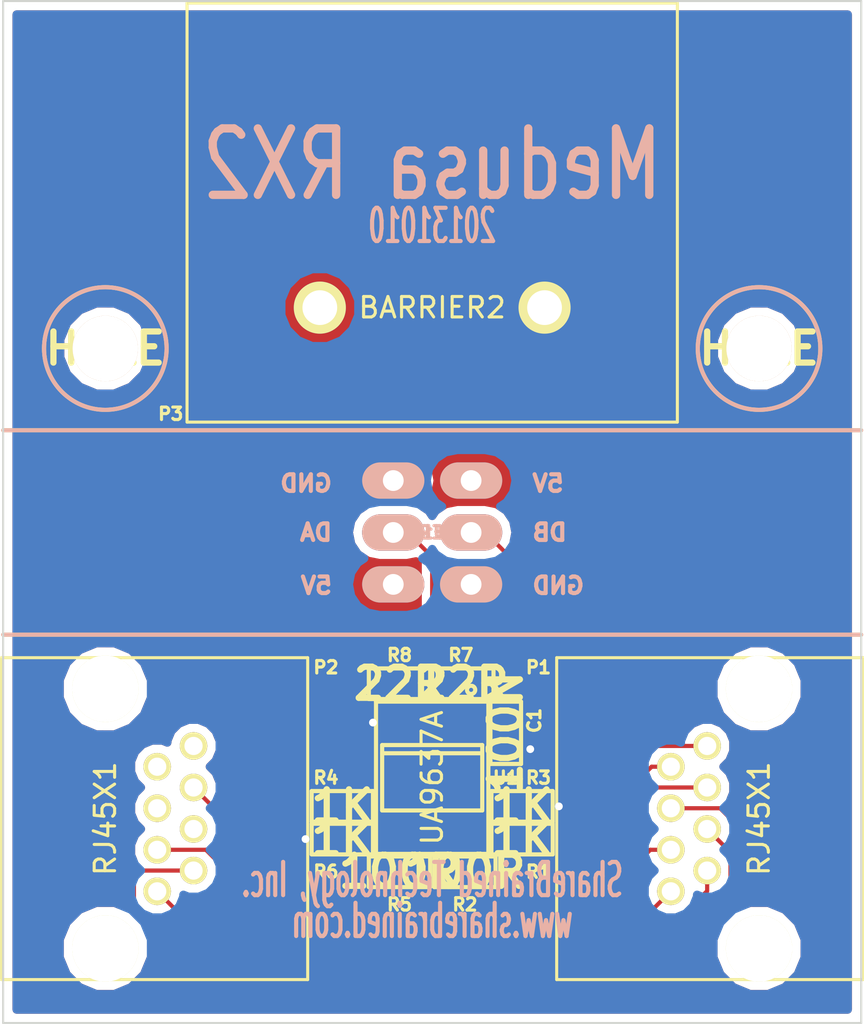
<source format=kicad_pcb>
(kicad_pcb (version 3) (host pcbnew "(2013-10-07 BZR 4378)-product")

  (general
    (links 32)
    (no_connects 0)
    (area 127.949999 73.949999 170.050001 124.050001)
    (thickness 1.6)
    (drawings 18)
    (tracks 88)
    (zones 0)
    (modules 16)
    (nets 15)
  )

  (page A4)
  (layers
    (15 F.Cu signal)
    (0 B.Cu signal)
    (16 B.Adhes user)
    (17 F.Adhes user)
    (18 B.Paste user)
    (19 F.Paste user)
    (20 B.SilkS user)
    (21 F.SilkS user)
    (22 B.Mask user)
    (23 F.Mask user)
    (28 Edge.Cuts user)
  )

  (setup
    (last_trace_width 0.2032)
    (trace_clearance 0.2032)
    (zone_clearance 0.4064)
    (zone_45_only no)
    (trace_min 0.2032)
    (segment_width 0.2)
    (edge_width 0.1)
    (via_size 0.7366)
    (via_drill 0.381)
    (via_min_size 0.7366)
    (via_min_drill 0.381)
    (uvia_size 0.508)
    (uvia_drill 0.127)
    (uvias_allowed no)
    (uvia_min_size 0.508)
    (uvia_min_drill 0.127)
    (pcb_text_width 0.3)
    (pcb_text_size 1.5 1.5)
    (mod_edge_width 0.15)
    (mod_text_size 0.6096 0.6096)
    (mod_text_width 0.1524)
    (pad_size 3.048 1.778)
    (pad_drill 1.016)
    (pad_to_mask_clearance 0.0762)
    (aux_axis_origin 0 0)
    (visible_elements FFFEFF7F)
    (pcbplotparams
      (layerselection 285179905)
      (usegerberextensions true)
      (excludeedgelayer true)
      (linewidth 0.150000)
      (plotframeref false)
      (viasonmask false)
      (mode 1)
      (useauxorigin false)
      (hpglpennumber 1)
      (hpglpenspeed 20)
      (hpglpendiameter 15)
      (hpglpenoverlay 2)
      (psnegative false)
      (psa4output false)
      (plotreference true)
      (plotvalue false)
      (plotothertext false)
      (plotinvisibletext false)
      (padsonsilk false)
      (subtractmaskfromsilk false)
      (outputformat 1)
      (mirror false)
      (drillshape 0)
      (scaleselection 1)
      (outputdirectory gerber/))
  )

  (net 0 "")
  (net 1 +5V)
  (net 2 /DI_A)
  (net 3 /DI_B)
  (net 4 /PT1N)
  (net 5 /PT1P)
  (net 6 /PT2N)
  (net 7 /PT2P)
  (net 8 /RX1N)
  (net 9 /RX1P)
  (net 10 /RX2N)
  (net 11 /RX2P)
  (net 12 GND)
  (net 13 Net-<R7-Pad1>)
  (net 14 Net-<R8-Pad1>)

  (net_class Default "This is the default net class."
    (clearance 0.2032)
    (trace_width 0.2032)
    (via_dia 0.7366)
    (via_drill 0.381)
    (uvia_dia 0.508)
    (uvia_drill 0.127)
    (add_net "")
    (add_net +5V)
    (add_net /DI_A)
    (add_net /DI_B)
    (add_net /PT1N)
    (add_net /PT1P)
    (add_net /PT2N)
    (add_net /PT2P)
    (add_net /RX1N)
    (add_net /RX1P)
    (add_net /RX2N)
    (add_net /RX2P)
    (add_net GND)
    (add_net Net-<R7-Pad1>)
    (add_net Net-<R8-Pad1>)
  )

  (module IPC_CAPC1608X95N (layer F.Cu) (tedit 52573D3D) (tstamp 525728C1)
    (at 152.6 109.8 270)
    (tags "1608 metric, 0603 imperial")
    (path /52570545)
    (fp_text reference C1 (at -0.6 -1.4 270) (layer F.SilkS)
      (effects (font (size 0.6096 0.6096) (thickness 0.1524)))
    )
    (fp_text value 100N (at 0 0 270) (layer F.SilkS)
      (effects (font (thickness 0.3048)))
    )
    (fp_line (start -1.524 -0.7493) (end 1.524 -0.7493) (layer F.SilkS) (width 0.2032))
    (fp_line (start 1.524 -0.7493) (end 1.524 0.7493) (layer F.SilkS) (width 0.2032))
    (fp_line (start 1.524 0.7493) (end -1.524 0.7493) (layer F.SilkS) (width 0.2032))
    (fp_line (start -1.524 0.7493) (end -1.524 -0.7493) (layer F.SilkS) (width 0.2032))
    (pad 1 smd rect (at -0.8001 0 270) (size 0.94996 1.00076) (layers F.Cu F.Paste F.Mask)
      (net 1 +5V))
    (pad 2 smd rect (at 0.8001 0 270) (size 0.94996 1.00076) (layers F.Cu F.Paste F.Mask)
      (net 12 GND))
  )

  (module AMPHENOL_RJHSE5080 (layer F.Cu) (tedit 52573D1E) (tstamp 525728E1)
    (at 165 114 90)
    (path /5256F267)
    (fp_text reference P1 (at 7.4 -10.8 180) (layer F.SilkS)
      (effects (font (size 0.6096 0.6096) (thickness 0.1524)))
    )
    (fp_text value RJ45X1 (at 0 0 90) (layer F.SilkS)
      (effects (font (size 1 1) (thickness 0.15)))
    )
    (fp_line (start -7.874 5.08) (end -7.874 -9.906) (layer F.SilkS) (width 0.15))
    (fp_line (start 7.874 -9.906) (end 7.874 5.08) (layer F.SilkS) (width 0.15))
    (fp_line (start -7.874 -9.906) (end 7.874 -9.906) (layer F.SilkS) (width 0.15))
    (fp_line (start 7.874 5.08) (end -7.874 5.08) (layer F.SilkS) (width 0.15))
    (pad "" np_thru_hole circle (at -6.35 0 90) (size 3.2512 3.2512) (drill 3.2512) (layers *.Cu *.Mask F.SilkS))
    (pad "" np_thru_hole circle (at 6.35 0 90) (size 3.2512 3.2512) (drill 3.2512) (layers *.Cu *.Mask F.SilkS))
    (pad 1 thru_hole circle (at 3.556 -2.54 90) (size 1.3462 1.3462) (drill 0.889) (layers *.Cu *.Mask F.SilkS)
      (net 9 /RX1P))
    (pad 3 thru_hole circle (at 1.524 -2.54 90) (size 1.3462 1.3462) (drill 0.889) (layers *.Cu *.Mask F.SilkS)
      (net 11 /RX2P))
    (pad 5 thru_hole circle (at -0.508 -2.54 90) (size 1.3462 1.3462) (drill 0.889) (layers *.Cu *.Mask F.SilkS)
      (net 5 /PT1P))
    (pad 7 thru_hole circle (at -2.54 -2.54 90) (size 1.3462 1.3462) (drill 0.889) (layers *.Cu *.Mask F.SilkS)
      (net 7 /PT2P))
    (pad 2 thru_hole circle (at 2.54 -4.318 90) (size 1.3462 1.3462) (drill 0.889) (layers *.Cu *.Mask F.SilkS)
      (net 8 /RX1N))
    (pad 4 thru_hole circle (at 0.508 -4.318 90) (size 1.3462 1.3462) (drill 0.889) (layers *.Cu *.Mask F.SilkS)
      (net 4 /PT1N))
    (pad 6 thru_hole circle (at -1.524 -4.318 90) (size 1.3462 1.3462) (drill 0.889) (layers *.Cu *.Mask F.SilkS)
      (net 10 /RX2N))
    (pad 8 thru_hole circle (at -3.556 -4.318 90) (size 1.3462 1.3462) (drill 0.889) (layers *.Cu *.Mask F.SilkS)
      (net 6 /PT2N))
  )

  (module AMPHENOL_RJHSE5080 (layer F.Cu) (tedit 52573D18) (tstamp 525728F3)
    (at 133 114 270)
    (path /5256F1B7)
    (fp_text reference P2 (at -7.4 -10.8 360) (layer F.SilkS)
      (effects (font (size 0.6096 0.6096) (thickness 0.1524)))
    )
    (fp_text value RJ45X1 (at 0 0 270) (layer F.SilkS)
      (effects (font (size 1 1) (thickness 0.15)))
    )
    (fp_line (start -7.874 5.08) (end -7.874 -9.906) (layer F.SilkS) (width 0.15))
    (fp_line (start 7.874 -9.906) (end 7.874 5.08) (layer F.SilkS) (width 0.15))
    (fp_line (start -7.874 -9.906) (end 7.874 -9.906) (layer F.SilkS) (width 0.15))
    (fp_line (start 7.874 5.08) (end -7.874 5.08) (layer F.SilkS) (width 0.15))
    (pad "" np_thru_hole circle (at -6.35 0 270) (size 3.2512 3.2512) (drill 3.2512) (layers *.Cu *.Mask F.SilkS))
    (pad "" np_thru_hole circle (at 6.35 0 270) (size 3.2512 3.2512) (drill 3.2512) (layers *.Cu *.Mask F.SilkS))
    (pad 1 thru_hole circle (at 3.556 -2.54 270) (size 1.3462 1.3462) (drill 0.889) (layers *.Cu *.Mask F.SilkS)
      (net 5 /PT1P))
    (pad 3 thru_hole circle (at 1.524 -2.54 270) (size 1.3462 1.3462) (drill 0.889) (layers *.Cu *.Mask F.SilkS)
      (net 7 /PT2P))
    (pad 5 thru_hole circle (at -0.508 -2.54 270) (size 1.3462 1.3462) (drill 0.889) (layers *.Cu *.Mask F.SilkS))
    (pad 7 thru_hole circle (at -2.54 -2.54 270) (size 1.3462 1.3462) (drill 0.889) (layers *.Cu *.Mask F.SilkS))
    (pad 2 thru_hole circle (at 2.54 -4.318 270) (size 1.3462 1.3462) (drill 0.889) (layers *.Cu *.Mask F.SilkS)
      (net 4 /PT1N))
    (pad 4 thru_hole circle (at 0.508 -4.318 270) (size 1.3462 1.3462) (drill 0.889) (layers *.Cu *.Mask F.SilkS))
    (pad 6 thru_hole circle (at -1.524 -4.318 270) (size 1.3462 1.3462) (drill 0.889) (layers *.Cu *.Mask F.SilkS)
      (net 6 /PT2N))
    (pad 8 thru_hole circle (at -3.556 -4.318 270) (size 1.3462 1.3462) (drill 0.889) (layers *.Cu *.Mask F.SilkS))
  )

  (module ONSHORE_OSTYK55102030 (layer F.Cu) (tedit 52573D0E) (tstamp 52572982)
    (at 149 89)
    (path /5257163B)
    (fp_text reference P3 (at -12.8 5.2) (layer F.SilkS)
      (effects (font (size 0.6096 0.6096) (thickness 0.1524)))
    )
    (fp_text value BARRIER2 (at 0 0) (layer F.SilkS)
      (effects (font (size 1 1) (thickness 0.15)))
    )
    (fp_line (start 12 5.6) (end -12 5.6) (layer F.SilkS) (width 0.15))
    (fp_line (start -12 -14.9) (end 12 -14.9) (layer F.SilkS) (width 0.15))
    (fp_line (start -12 5.6) (end -12 -14.9) (layer F.SilkS) (width 0.15))
    (fp_line (start 12 -14.9) (end 12 5.6) (layer F.SilkS) (width 0.15))
    (pad 1 thru_hole circle (at -5.5 0) (size 2.55 2.55) (drill 1.7) (layers *.Cu *.Mask F.SilkS)
      (net 1 +5V))
    (pad 2 thru_hole circle (at 5.5 0) (size 2.55 2.55) (drill 1.7) (layers *.Cu *.Mask F.SilkS)
      (net 12 GND))
  )

  (module IPC_RESC1608X55N (layer F.Cu) (tedit 52573D71) (tstamp 52572907)
    (at 153.4 115)
    (tags "1608 metric, 0603 imperial")
    (path /52570953)
    (fp_text reference R1 (at 0.8 1.6) (layer F.SilkS)
      (effects (font (size 0.6096 0.6096) (thickness 0.1524)))
    )
    (fp_text value 1K (at 0 0) (layer F.SilkS)
      (effects (font (thickness 0.3048)))
    )
    (fp_line (start -1.50114 -0.7493) (end 1.50114 -0.7493) (layer F.SilkS) (width 0.2032))
    (fp_line (start 1.50114 -0.7493) (end 1.50114 0.7493) (layer F.SilkS) (width 0.2032))
    (fp_line (start 1.50114 0.7493) (end -1.50114 0.7493) (layer F.SilkS) (width 0.2032))
    (fp_line (start -1.50114 0.7493) (end -1.50114 -0.7493) (layer F.SilkS) (width 0.2032))
    (pad 1 smd rect (at -0.8001 0) (size 0.89916 1.00076) (layers F.Cu F.Paste F.Mask)
      (net 9 /RX1P))
    (pad 2 smd rect (at 0.8001 0) (size 0.89916 1.00076) (layers F.Cu F.Paste F.Mask)
      (net 1 +5V))
  )

  (module IPC_RESC1608X55N (layer F.Cu) (tedit 52573D59) (tstamp 52572911)
    (at 150.6 116.6)
    (tags "1608 metric, 0603 imperial")
    (path /5257081F)
    (fp_text reference R2 (at 0 1.6) (layer F.SilkS)
      (effects (font (size 0.6096 0.6096) (thickness 0.1524)))
    )
    (fp_text value 100R (at 0 0) (layer F.SilkS)
      (effects (font (thickness 0.3048)))
    )
    (fp_line (start -1.50114 -0.7493) (end 1.50114 -0.7493) (layer F.SilkS) (width 0.2032))
    (fp_line (start 1.50114 -0.7493) (end 1.50114 0.7493) (layer F.SilkS) (width 0.2032))
    (fp_line (start 1.50114 0.7493) (end -1.50114 0.7493) (layer F.SilkS) (width 0.2032))
    (fp_line (start -1.50114 0.7493) (end -1.50114 -0.7493) (layer F.SilkS) (width 0.2032))
    (pad 1 smd rect (at -0.8001 0) (size 0.89916 1.00076) (layers F.Cu F.Paste F.Mask)
      (net 8 /RX1N))
    (pad 2 smd rect (at 0.8001 0) (size 0.89916 1.00076) (layers F.Cu F.Paste F.Mask)
      (net 9 /RX1P))
  )

  (module IPC_RESC1608X55N (layer F.Cu) (tedit 52573D41) (tstamp 5257291B)
    (at 153.4 113.4 180)
    (tags "1608 metric, 0603 imperial")
    (path /52570981)
    (fp_text reference R3 (at -0.8 1.4 180) (layer F.SilkS)
      (effects (font (size 0.6096 0.6096) (thickness 0.1524)))
    )
    (fp_text value 1K (at 0 0 180) (layer F.SilkS)
      (effects (font (thickness 0.3048)))
    )
    (fp_line (start -1.50114 -0.7493) (end 1.50114 -0.7493) (layer F.SilkS) (width 0.2032))
    (fp_line (start 1.50114 -0.7493) (end 1.50114 0.7493) (layer F.SilkS) (width 0.2032))
    (fp_line (start 1.50114 0.7493) (end -1.50114 0.7493) (layer F.SilkS) (width 0.2032))
    (fp_line (start -1.50114 0.7493) (end -1.50114 -0.7493) (layer F.SilkS) (width 0.2032))
    (pad 1 smd rect (at -0.8001 0 180) (size 0.89916 1.00076) (layers F.Cu F.Paste F.Mask)
      (net 12 GND))
    (pad 2 smd rect (at 0.8001 0 180) (size 0.89916 1.00076) (layers F.Cu F.Paste F.Mask)
      (net 8 /RX1N))
  )

  (module IPC_RESC1608X55N (layer F.Cu) (tedit 52573D5E) (tstamp 52572925)
    (at 144.6 113.4 180)
    (tags "1608 metric, 0603 imperial")
    (path /52570B55)
    (fp_text reference R4 (at 0.8 1.4 180) (layer F.SilkS)
      (effects (font (size 0.6096 0.6096) (thickness 0.1524)))
    )
    (fp_text value 1K (at 0 0 180) (layer F.SilkS)
      (effects (font (thickness 0.3048)))
    )
    (fp_line (start -1.50114 -0.7493) (end 1.50114 -0.7493) (layer F.SilkS) (width 0.2032))
    (fp_line (start 1.50114 -0.7493) (end 1.50114 0.7493) (layer F.SilkS) (width 0.2032))
    (fp_line (start 1.50114 0.7493) (end -1.50114 0.7493) (layer F.SilkS) (width 0.2032))
    (fp_line (start -1.50114 0.7493) (end -1.50114 -0.7493) (layer F.SilkS) (width 0.2032))
    (pad 1 smd rect (at -0.8001 0 180) (size 0.89916 1.00076) (layers F.Cu F.Paste F.Mask)
      (net 11 /RX2P))
    (pad 2 smd rect (at 0.8001 0 180) (size 0.89916 1.00076) (layers F.Cu F.Paste F.Mask)
      (net 1 +5V))
  )

  (module IPC_RESC1608X55N (layer F.Cu) (tedit 52573D56) (tstamp 5257292F)
    (at 147.4 116.6)
    (tags "1608 metric, 0603 imperial")
    (path /5257082F)
    (fp_text reference R5 (at 0 1.6) (layer F.SilkS)
      (effects (font (size 0.6096 0.6096) (thickness 0.1524)))
    )
    (fp_text value 100R (at 0 0) (layer F.SilkS)
      (effects (font (thickness 0.3048)))
    )
    (fp_line (start -1.50114 -0.7493) (end 1.50114 -0.7493) (layer F.SilkS) (width 0.2032))
    (fp_line (start 1.50114 -0.7493) (end 1.50114 0.7493) (layer F.SilkS) (width 0.2032))
    (fp_line (start 1.50114 0.7493) (end -1.50114 0.7493) (layer F.SilkS) (width 0.2032))
    (fp_line (start -1.50114 0.7493) (end -1.50114 -0.7493) (layer F.SilkS) (width 0.2032))
    (pad 1 smd rect (at -0.8001 0) (size 0.89916 1.00076) (layers F.Cu F.Paste F.Mask)
      (net 10 /RX2N))
    (pad 2 smd rect (at 0.8001 0) (size 0.89916 1.00076) (layers F.Cu F.Paste F.Mask)
      (net 11 /RX2P))
  )

  (module IPC_RESC1608X55N (layer F.Cu) (tedit 52573D6E) (tstamp 52572939)
    (at 144.6 115)
    (tags "1608 metric, 0603 imperial")
    (path /52570B60)
    (fp_text reference R6 (at -0.8 1.6) (layer F.SilkS)
      (effects (font (size 0.6096 0.6096) (thickness 0.1524)))
    )
    (fp_text value 1K (at 0 0) (layer F.SilkS)
      (effects (font (thickness 0.3048)))
    )
    (fp_line (start -1.50114 -0.7493) (end 1.50114 -0.7493) (layer F.SilkS) (width 0.2032))
    (fp_line (start 1.50114 -0.7493) (end 1.50114 0.7493) (layer F.SilkS) (width 0.2032))
    (fp_line (start 1.50114 0.7493) (end -1.50114 0.7493) (layer F.SilkS) (width 0.2032))
    (fp_line (start -1.50114 0.7493) (end -1.50114 -0.7493) (layer F.SilkS) (width 0.2032))
    (pad 1 smd rect (at -0.8001 0) (size 0.89916 1.00076) (layers F.Cu F.Paste F.Mask)
      (net 12 GND))
    (pad 2 smd rect (at 0.8001 0) (size 0.89916 1.00076) (layers F.Cu F.Paste F.Mask)
      (net 10 /RX2N))
  )

  (module IPC_RESC1608X55N (layer F.Cu) (tedit 52573D39) (tstamp 52572943)
    (at 150.5 107.4)
    (tags "1608 metric, 0603 imperial")
    (path /5257069A)
    (fp_text reference R7 (at -0.1 -1.4) (layer F.SilkS)
      (effects (font (size 0.6096 0.6096) (thickness 0.1524)))
    )
    (fp_text value 22R (at 0 0) (layer F.SilkS)
      (effects (font (thickness 0.3048)))
    )
    (fp_line (start -1.50114 -0.7493) (end 1.50114 -0.7493) (layer F.SilkS) (width 0.2032))
    (fp_line (start 1.50114 -0.7493) (end 1.50114 0.7493) (layer F.SilkS) (width 0.2032))
    (fp_line (start 1.50114 0.7493) (end -1.50114 0.7493) (layer F.SilkS) (width 0.2032))
    (fp_line (start -1.50114 0.7493) (end -1.50114 -0.7493) (layer F.SilkS) (width 0.2032))
    (pad 1 smd rect (at -0.8001 0) (size 0.89916 1.00076) (layers F.Cu F.Paste F.Mask)
      (net 13 Net-<R7-Pad1>))
    (pad 2 smd rect (at 0.8001 0) (size 0.89916 1.00076) (layers F.Cu F.Paste F.Mask)
      (net 3 /DI_B))
  )

  (module IPC_RESC1608X55N (layer F.Cu) (tedit 52573D36) (tstamp 5257294D)
    (at 147.4 107.4 180)
    (tags "1608 metric, 0603 imperial")
    (path /525706B1)
    (fp_text reference R8 (at 0 1.4 180) (layer F.SilkS)
      (effects (font (size 0.6096 0.6096) (thickness 0.1524)))
    )
    (fp_text value 22R (at 0 0 180) (layer F.SilkS)
      (effects (font (thickness 0.3048)))
    )
    (fp_line (start -1.50114 -0.7493) (end 1.50114 -0.7493) (layer F.SilkS) (width 0.2032))
    (fp_line (start 1.50114 -0.7493) (end 1.50114 0.7493) (layer F.SilkS) (width 0.2032))
    (fp_line (start 1.50114 0.7493) (end -1.50114 0.7493) (layer F.SilkS) (width 0.2032))
    (fp_line (start -1.50114 0.7493) (end -1.50114 -0.7493) (layer F.SilkS) (width 0.2032))
    (pad 1 smd rect (at -0.8001 0 180) (size 0.89916 1.00076) (layers F.Cu F.Paste F.Mask)
      (net 14 Net-<R8-Pad1>))
    (pad 2 smd rect (at 0.8001 0 180) (size 0.89916 1.00076) (layers F.Cu F.Paste F.Mask)
      (net 2 /DI_A))
  )

  (module IPC_SOIC127P600X175-8N (layer F.Cu) (tedit 52573D7D) (tstamp 52572963)
    (at 149 112 270)
    (path /525703D6)
    (fp_text reference U1 (at 0 -3.6 360) (layer F.SilkS)
      (effects (font (size 0.6096 0.6096) (thickness 0.1524)))
    )
    (fp_text value UA9637A (at 0 0 270) (layer F.SilkS)
      (effects (font (size 1 1) (thickness 0.15)))
    )
    (fp_line (start -1.2 -2.45) (end -1.2 2.45) (layer F.SilkS) (width 0.2032))
    (fp_circle (center -4.3 -1.905) (end -4.2 -1.905) (layer F.SilkS) (width 0.2032))
    (fp_line (start -3.725 -2.75) (end 3.725 -2.75) (layer F.SilkS) (width 0.2032))
    (fp_line (start 3.725 -2.75) (end 3.725 2.75) (layer F.SilkS) (width 0.2032))
    (fp_line (start 3.725 2.75) (end -3.725 2.75) (layer F.SilkS) (width 0.2032))
    (fp_line (start -3.725 2.75) (end -3.725 -2.75) (layer F.SilkS) (width 0.2032))
    (fp_line (start -1.6 -2.45) (end 1.6 -2.45) (layer F.SilkS) (width 0.2032))
    (fp_line (start 1.6 -2.45) (end 1.6 2.45) (layer F.SilkS) (width 0.2032))
    (fp_line (start 1.6 2.45) (end -1.6 2.45) (layer F.SilkS) (width 0.2032))
    (fp_line (start -1.6 2.45) (end -1.6 -2.45) (layer F.SilkS) (width 0.2032))
    (pad 1 smd rect (at -2.7 -1.905 270) (size 1.55 0.6) (layers F.Cu F.Paste F.Mask)
      (net 1 +5V))
    (pad 2 smd rect (at -2.7 -0.635 270) (size 1.55 0.6) (layers F.Cu F.Paste F.Mask)
      (net 13 Net-<R7-Pad1>))
    (pad 3 smd rect (at -2.7 0.635 270) (size 1.55 0.6) (layers F.Cu F.Paste F.Mask)
      (net 14 Net-<R8-Pad1>))
    (pad 4 smd rect (at -2.7 1.905 270) (size 1.55 0.6) (layers F.Cu F.Paste F.Mask)
      (net 12 GND))
    (pad 5 smd rect (at 2.7 1.905 270) (size 1.55 0.6) (layers F.Cu F.Paste F.Mask)
      (net 10 /RX2N))
    (pad 6 smd rect (at 2.7 0.635 270) (size 1.55 0.6) (layers F.Cu F.Paste F.Mask)
      (net 11 /RX2P))
    (pad 7 smd rect (at 2.7 -0.635 270) (size 1.55 0.6) (layers F.Cu F.Paste F.Mask)
      (net 8 /RX1N))
    (pad 8 smd rect (at 2.7 -1.905 270) (size 1.55 0.6) (layers F.Cu F.Paste F.Mask)
      (net 9 /RX1P))
  )

  (module HOLE_3P2MM (layer F.Cu) (tedit 51D4A266) (tstamp 52573F8A)
    (at 133 91)
    (path /5257406A)
    (fp_text reference H1 (at 0 0) (layer F.SilkS)
      (effects (font (size 0.6096 0.6096) (thickness 0.1524)))
    )
    (fp_text value HOLE (at 0 0) (layer F.SilkS)
      (effects (font (thickness 0.3048)))
    )
    (fp_circle (center 0 0) (end 3 0) (layer F.SilkS) (width 0.2032))
    (fp_circle (center 0 0) (end 2.99974 0) (layer B.SilkS) (width 0.2032))
    (pad "" np_thru_hole circle (at 0 0) (size 3.2004 3.2004) (drill 3.2004) (layers *.Cu *.SilkS *.Mask))
  )

  (module HOLE_3P2MM (layer F.Cu) (tedit 51D4A266) (tstamp 52573F91)
    (at 165 91)
    (path /5257407E)
    (fp_text reference H2 (at 0 0) (layer F.SilkS)
      (effects (font (size 0.6096 0.6096) (thickness 0.1524)))
    )
    (fp_text value HOLE (at 0 0) (layer F.SilkS)
      (effects (font (thickness 0.3048)))
    )
    (fp_circle (center 0 0) (end 3 0) (layer F.SilkS) (width 0.2032))
    (fp_circle (center 0 0) (end 2.99974 0) (layer B.SilkS) (width 0.2032))
    (pad "" np_thru_hole circle (at 0 0) (size 3.2004 3.2004) (drill 3.2004) (layers *.Cu *.SilkS *.Mask))
  )

  (module LED_STRIP_WS2812 (layer B.Cu) (tedit 52574786) (tstamp 5257457C)
    (at 149 100)
    (path /5256FA54)
    (fp_text reference J1 (at 0 0) (layer B.SilkS)
      (effects (font (size 0.6096 0.6096) (thickness 0.1524)) (justify mirror))
    )
    (fp_text value HEADER_2X3 (at 0 0) (layer B.SilkS)
      (effects (font (size 0.6096 0.6096) (thickness 0.1524)) (justify mirror))
    )
    (pad 1 thru_hole oval (at -1.905 2.54) (size 3.048 1.778) (drill 1.016) (layers *.Cu *.Mask B.SilkS)
      (net 1 +5V))
    (pad 2 thru_hole oval (at 1.905 2.54) (size 3.048 1.778) (drill 1.016) (layers *.Cu *.Mask B.SilkS)
      (net 12 GND))
    (pad 3 thru_hole oval (at -1.905 0) (size 3.048 1.778) (drill 1.016) (layers *.Cu *.Mask B.SilkS)
      (net 2 /DI_A))
    (pad 4 thru_hole oval (at 1.905 0) (size 3.048 1.778) (drill 1.016) (layers *.Cu *.Mask B.SilkS)
      (net 3 /DI_B))
    (pad 5 thru_hole oval (at -1.905 -2.54) (size 3.048 1.778) (drill 1.016) (layers *.Cu *.Mask B.SilkS)
      (net 12 GND))
    (pad 6 thru_hole oval (at 1.905 -2.54) (size 3.048 1.778) (drill 1.016) (layers *.Cu *.Mask B.SilkS)
      (net 1 +5V))
  )

  (gr_text DB (at 153.8 100) (layer B.SilkS)
    (effects (font (size 0.8128 0.8128) (thickness 0.2032)) (justify right mirror))
  )
  (gr_text DA (at 144.2 100) (layer B.SilkS)
    (effects (font (size 0.8128 0.8128) (thickness 0.2032)) (justify left mirror))
  )
  (gr_text GND (at 144.2 97.6) (layer B.SilkS)
    (effects (font (size 0.8128 0.8128) (thickness 0.2032)) (justify left mirror))
  )
  (gr_text GND (at 153.8 102.6) (layer B.SilkS)
    (effects (font (size 0.8128 0.8128) (thickness 0.2032)) (justify right mirror))
  )
  (gr_text 5V (at 144.2 102.6) (layer B.SilkS)
    (effects (font (size 0.8128 0.8128) (thickness 0.2032)) (justify left mirror))
  )
  (gr_text 5V (at 153.8 97.6) (layer B.SilkS)
    (effects (font (size 0.8128 0.8128) (thickness 0.2032)) (justify right mirror))
  )
  (gr_text 20131010 (at 149 85) (layer B.SilkS)
    (effects (font (size 1.6256 0.8128) (thickness 0.2032)) (justify mirror))
  )
  (gr_text "Medusa RX2" (at 149 82) (layer B.SilkS)
    (effects (font (size 3.2512 2.4384) (thickness 0.4064)) (justify mirror))
  )
  (gr_text www.sharebrained.com (at 149 119) (layer B.SilkS)
    (effects (font (size 1.6256 0.8128) (thickness 0.2032)) (justify mirror))
  )
  (gr_text "ShareBrained Technology, Inc." (at 149 117) (layer B.SilkS)
    (effects (font (size 1.6256 0.8128) (thickness 0.2032)) (justify mirror))
  )
  (gr_line (start 128 124) (end 128 74) (angle 90) (layer Edge.Cuts) (width 0.1))
  (gr_line (start 170 124) (end 128 124) (angle 90) (layer Edge.Cuts) (width 0.1))
  (gr_line (start 170 74) (end 170 124) (angle 90) (layer Edge.Cuts) (width 0.1))
  (gr_line (start 128 74) (end 170 74) (angle 90) (layer Edge.Cuts) (width 0.1))
  (gr_line (start 170 105) (end 128 105) (angle 90) (layer B.SilkS) (width 0.2))
  (gr_line (start 170 95) (end 128 95) (angle 90) (layer B.SilkS) (width 0.2))
  (gr_line (start 128 105) (end 170 105) (angle 90) (layer F.SilkS) (width 0.2))
  (gr_line (start 128 95) (end 170 95) (angle 90) (layer F.SilkS) (width 0.2))

  (segment (start 147.095 100) (end 147.8 100) (width 0.2032) (layer F.Cu) (net 2) (status 30))
  (segment (start 149 101.2) (end 149 104) (width 0.2032) (layer F.Cu) (net 2) (tstamp 52574599))
  (segment (start 147.8 100) (end 149 101.2) (width 0.2032) (layer F.Cu) (net 2) (tstamp 52574598) (status 10))
  (segment (start 146.5999 107.4) (end 146.5999 106.4001) (width 0.2032) (layer F.Cu) (net 2) (status 10))
  (segment (start 146.5999 106.4001) (end 149 104) (width 0.2032) (layer F.Cu) (net 2) (tstamp 52573A71))
  (segment (start 150.905 100) (end 151.6 100) (width 0.2032) (layer F.Cu) (net 3) (status 30))
  (segment (start 153 101.4) (end 153 104) (width 0.2032) (layer F.Cu) (net 3) (tstamp 5257459C))
  (segment (start 151.6 100) (end 153 101.4) (width 0.2032) (layer F.Cu) (net 3) (tstamp 5257459B) (status 10))
  (segment (start 151.3001 107.4) (end 151.3001 105.6999) (width 0.2032) (layer F.Cu) (net 3) (status 10))
  (segment (start 151.3001 105.6999) (end 153 104) (width 0.2032) (layer F.Cu) (net 3) (tstamp 52574591))
  (segment (start 160.682 113.492) (end 163.092 113.492) (width 0.2032) (layer F.Cu) (net 4) (status 10))
  (segment (start 134.86 116.54) (end 137.318 116.54) (width 0.2032) (layer F.Cu) (net 4) (tstamp 52573679) (status 20))
  (segment (start 134.4 117) (end 134.86 116.54) (width 0.2032) (layer F.Cu) (net 4) (tstamp 52573675))
  (segment (start 134.4 118.4) (end 134.4 117) (width 0.2032) (layer F.Cu) (net 4) (tstamp 52573671))
  (segment (start 137.2 121.2) (end 134.4 118.4) (width 0.2032) (layer F.Cu) (net 4) (tstamp 52573669))
  (segment (start 160.4 121.2) (end 137.2 121.2) (width 0.2032) (layer F.Cu) (net 4) (tstamp 52573667))
  (segment (start 164.2 117.4) (end 160.4 121.2) (width 0.2032) (layer F.Cu) (net 4) (tstamp 52573662))
  (segment (start 164.2 114.6) (end 164.2 117.4) (width 0.2032) (layer F.Cu) (net 4) (tstamp 52573660))
  (segment (start 163.092 113.492) (end 164.2 114.6) (width 0.2032) (layer F.Cu) (net 4) (tstamp 5257365C))
  (segment (start 162.46 114.508) (end 163.6 115.648) (width 0.2032) (layer F.Cu) (net 5) (status 10))
  (segment (start 138.584 120.6) (end 135.54 117.556) (width 0.2032) (layer F.Cu) (net 5) (tstamp 52573654) (status 20))
  (segment (start 160.2 120.6) (end 138.584 120.6) (width 0.2032) (layer F.Cu) (net 5) (tstamp 52573651))
  (segment (start 163.6 117.2) (end 160.2 120.6) (width 0.2032) (layer F.Cu) (net 5) (tstamp 52573649))
  (segment (start 163.6 115.648) (end 163.6 117.2) (width 0.2032) (layer F.Cu) (net 5) (tstamp 52573645))
  (segment (start 160.682 117.556) (end 158.838 119.4) (width 0.2032) (layer F.Cu) (net 6) (status 10))
  (segment (start 144.242 119.4) (end 137.318 112.476) (width 0.2032) (layer F.Cu) (net 6) (tstamp 52573628) (status 20))
  (segment (start 158.838 119.4) (end 144.242 119.4) (width 0.2032) (layer F.Cu) (net 6) (tstamp 5257361B))
  (segment (start 162.46 116.54) (end 162.46 117.54) (width 0.2032) (layer F.Cu) (net 7) (status 10))
  (segment (start 137.924 115.524) (end 135.54 115.524) (width 0.2032) (layer F.Cu) (net 7) (tstamp 5257363F) (status 20))
  (segment (start 142.4 120) (end 137.924 115.524) (width 0.2032) (layer F.Cu) (net 7) (tstamp 52573638))
  (segment (start 160 120) (end 142.4 120) (width 0.2032) (layer F.Cu) (net 7) (tstamp 52573636))
  (segment (start 162.46 117.54) (end 160 120) (width 0.2032) (layer F.Cu) (net 7) (tstamp 52573630))
  (segment (start 160.682 111.46) (end 159.74 111.46) (width 0.2032) (layer F.Cu) (net 8) (status 10))
  (segment (start 158.8 112.4) (end 158.8 114.8) (width 0.2032) (layer F.Cu) (net 8) (tstamp 5257356C))
  (segment (start 159.74 111.46) (end 158.8 112.4) (width 0.2032) (layer F.Cu) (net 8) (tstamp 5257356A))
  (segment (start 149.7999 116.6) (end 149.7999 117.3999) (width 0.2032) (layer F.Cu) (net 8) (status 10))
  (segment (start 156 117.6) (end 158.8 114.8) (width 0.2032) (layer F.Cu) (net 8) (tstamp 5257354F))
  (segment (start 150 117.6) (end 156 117.6) (width 0.2032) (layer F.Cu) (net 8) (tstamp 5257354E))
  (segment (start 149.7999 117.3999) (end 150 117.6) (width 0.2032) (layer F.Cu) (net 8) (tstamp 5257354B))
  (segment (start 152.5999 113.4) (end 150.4 113.4) (width 0.2032) (layer F.Cu) (net 8) (status 10))
  (segment (start 149.635 114.165) (end 149.635 114.7) (width 0.2032) (layer F.Cu) (net 8) (tstamp 52572F19) (status 30))
  (segment (start 150.4 113.4) (end 149.635 114.165) (width 0.2032) (layer F.Cu) (net 8) (tstamp 52572F18) (status 20))
  (segment (start 149.7999 116.6) (end 149.7999 114.8649) (width 0.2032) (layer F.Cu) (net 8) (status 30))
  (segment (start 149.7999 114.8649) (end 149.635 114.7) (width 0.2032) (layer F.Cu) (net 8) (tstamp 52572F13) (status 30))
  (segment (start 151.4001 116.6) (end 156.2 116.6) (width 0.2032) (layer F.Cu) (net 9) (status 10))
  (segment (start 159.956 110.444) (end 162.46 110.444) (width 0.2032) (layer F.Cu) (net 9) (tstamp 52573548) (status 20))
  (segment (start 158.2 112.2) (end 159.956 110.444) (width 0.2032) (layer F.Cu) (net 9) (tstamp 52573546))
  (segment (start 158.2 114.6) (end 158.2 112.2) (width 0.2032) (layer F.Cu) (net 9) (tstamp 52573544))
  (segment (start 156.2 116.6) (end 158.2 114.6) (width 0.2032) (layer F.Cu) (net 9) (tstamp 5257353D))
  (segment (start 150.905 114.7) (end 152.2999 114.7) (width 0.2032) (layer F.Cu) (net 9) (status 30))
  (segment (start 152.2999 114.7) (end 152.5999 115) (width 0.2032) (layer F.Cu) (net 9) (tstamp 52572F16) (status 30))
  (segment (start 150.905 114.7) (end 150.905 116.1049) (width 0.2032) (layer F.Cu) (net 9) (status 10))
  (segment (start 150.905 116.1049) (end 151.4001 116.6) (width 0.2032) (layer F.Cu) (net 9) (tstamp 52572F0C) (status 20))
  (segment (start 146.5999 116.6) (end 146.5999 117.3999) (width 0.2032) (layer F.Cu) (net 10) (status 10))
  (segment (start 159.676 115.524) (end 160.682 115.524) (width 0.2032) (layer F.Cu) (net 10) (tstamp 52573588) (status 20))
  (segment (start 156.4 118.8) (end 159.676 115.524) (width 0.2032) (layer F.Cu) (net 10) (tstamp 52573584))
  (segment (start 148 118.8) (end 156.4 118.8) (width 0.2032) (layer F.Cu) (net 10) (tstamp 52573578))
  (segment (start 146.5999 117.3999) (end 148 118.8) (width 0.2032) (layer F.Cu) (net 10) (tstamp 52573575))
  (segment (start 146.5999 116.7999) (end 146.5999 116.6) (width 0.2032) (layer F.Cu) (net 10) (tstamp 525731C4) (status 30))
  (segment (start 147.095 114.7) (end 145.7001 114.7) (width 0.2032) (layer F.Cu) (net 10) (status 30))
  (segment (start 145.7001 114.7) (end 145.4001 115) (width 0.2032) (layer F.Cu) (net 10) (tstamp 52572F2D) (status 30))
  (segment (start 147.095 114.7) (end 147.095 116.1049) (width 0.2032) (layer F.Cu) (net 10) (status 10))
  (segment (start 147.095 116.1049) (end 146.5999 116.6) (width 0.2032) (layer F.Cu) (net 10) (tstamp 52572F0E) (status 20))
  (segment (start 162.46 112.476) (end 159.924 112.476) (width 0.2032) (layer F.Cu) (net 11) (status 10))
  (segment (start 148.2001 117.4001) (end 149 118.2) (width 0.2032) (layer F.Cu) (net 11) (tstamp 52573558))
  (segment (start 149 118.2) (end 156.2 118.2) (width 0.2032) (layer F.Cu) (net 11) (tstamp 52573559))
  (segment (start 156.2 118.2) (end 159.4 115) (width 0.2032) (layer F.Cu) (net 11) (tstamp 5257355B))
  (segment (start 159.4 115) (end 159.4 113) (width 0.2032) (layer F.Cu) (net 11) (tstamp 5257355D))
  (segment (start 148.2001 117.4001) (end 148.2001 116.6) (width 0.2032) (layer F.Cu) (net 11) (status 20))
  (segment (start 159.924 112.476) (end 159.4 113) (width 0.2032) (layer F.Cu) (net 11) (tstamp 5257356F))
  (segment (start 145.4001 113.4) (end 147.6 113.4) (width 0.2032) (layer F.Cu) (net 11) (status 10))
  (segment (start 148.365 114.165) (end 148.365 114.7) (width 0.2032) (layer F.Cu) (net 11) (tstamp 52572F26) (status 30))
  (segment (start 147.6 113.4) (end 148.365 114.165) (width 0.2032) (layer F.Cu) (net 11) (tstamp 52572F22) (status 20))
  (segment (start 148.2001 116.6) (end 148.2001 114.8649) (width 0.2032) (layer F.Cu) (net 11) (status 30))
  (segment (start 148.2001 114.8649) (end 148.365 114.7) (width 0.2032) (layer F.Cu) (net 11) (tstamp 52572F11) (status 30))
  (segment (start 147.095 109.3) (end 146.1 109.3) (width 0.2032) (layer F.Cu) (net 12) (status 10))
  (via (at 146.1 109.3) (size 0.7366) (layers F.Cu B.Cu) (net 12))
  (segment (start 143.7999 115) (end 142.8 115) (width 0.2032) (layer F.Cu) (net 12) (status 10))
  (via (at 142.8 115) (size 0.7366) (layers F.Cu B.Cu) (net 12))
  (segment (start 154.2001 113.4) (end 155.2 113.4) (width 0.2032) (layer F.Cu) (net 12) (status 10))
  (via (at 155.2 113.4) (size 0.7366) (layers F.Cu B.Cu) (net 12))
  (segment (start 152.6 110.6001) (end 153.7999 110.6001) (width 0.2032) (layer F.Cu) (net 12) (status 10))
  (via (at 153.8 110.6) (size 0.7366) (layers F.Cu B.Cu) (net 12))
  (segment (start 153.7999 110.6001) (end 153.8 110.6) (width 0.2032) (layer F.Cu) (net 12) (tstamp 52572F70))
  (segment (start 149.635 109.3) (end 149.635 107.4649) (width 0.2032) (layer F.Cu) (net 13) (status 30))
  (segment (start 149.635 107.4649) (end 149.6999 107.4) (width 0.2032) (layer F.Cu) (net 13) (tstamp 52573A6C) (status 30))
  (segment (start 148.365 109.3) (end 148.365 107.5649) (width 0.2032) (layer F.Cu) (net 14) (status 30))
  (segment (start 148.365 107.5649) (end 148.2001 107.4) (width 0.2032) (layer F.Cu) (net 14) (tstamp 52573A69) (status 30))

  (zone (net 1) (net_name +5V) (layer F.Cu) (tstamp 5257339E) (hatch edge 0.508)
    (connect_pads yes (clearance 0.4064))
    (min_thickness 0.4064)
    (fill (arc_segments 16) (thermal_gap 0.4064) (thermal_bridge_width 0.8128))
    (polygon
      (pts
        (xy 128 74) (xy 170 74) (xy 170 124) (xy 128 124)
      )
    )
    (filled_polygon
      (pts
        (xy 169.3404 123.3404) (xy 167.235587 123.3404) (xy 167.235587 119.907342) (xy 167.235587 107.207342) (xy 167.210183 107.145859)
        (xy 167.210183 90.562372) (xy 166.87447 89.749884) (xy 166.253386 89.127715) (xy 165.441485 88.790584) (xy 164.562372 88.789817)
        (xy 163.749884 89.12553) (xy 163.127715 89.746614) (xy 162.790584 90.558515) (xy 162.789817 91.437628) (xy 163.12553 92.250116)
        (xy 163.746614 92.872285) (xy 164.558515 93.209416) (xy 165.437628 93.210183) (xy 166.250116 92.87447) (xy 166.872285 92.253386)
        (xy 167.209416 91.441485) (xy 167.210183 90.562372) (xy 167.210183 107.145859) (xy 166.896015 106.385515) (xy 166.267792 105.756195)
        (xy 165.446559 105.415189) (xy 164.557342 105.414413) (xy 163.735515 105.753985) (xy 163.106195 106.382208) (xy 162.765189 107.203441)
        (xy 162.764413 108.092658) (xy 163.103985 108.914485) (xy 163.732208 109.543805) (xy 164.553441 109.884811) (xy 165.442658 109.885587)
        (xy 166.264485 109.546015) (xy 166.893805 108.917792) (xy 167.234811 108.096559) (xy 167.235587 107.207342) (xy 167.235587 119.907342)
        (xy 166.896015 119.085515) (xy 166.267792 118.456195) (xy 165.446559 118.115189) (xy 164.557342 118.114413) (xy 164.444927 118.160861)
        (xy 164.702894 117.902894) (xy 164.702895 117.902894) (xy 164.857063 117.672164) (xy 164.9112 117.4) (xy 164.9112 114.6)
        (xy 164.857063 114.327836) (xy 164.702895 114.097106) (xy 163.623816 113.018028) (xy 163.742477 112.732264) (xy 163.742923 112.221974)
        (xy 163.548055 111.750358) (xy 163.258013 111.45981) (xy 163.546786 111.17154) (xy 163.742477 110.700264) (xy 163.742923 110.189974)
        (xy 163.548055 109.718358) (xy 163.18754 109.357214) (xy 162.716264 109.161523) (xy 162.205974 109.161077) (xy 161.734358 109.355945)
        (xy 161.373214 109.71646) (xy 161.366429 109.7328) (xy 159.956 109.7328) (xy 159.683835 109.786937) (xy 159.453106 109.941106)
        (xy 157.697106 111.697106) (xy 157.542937 111.927835) (xy 157.4888 112.2) (xy 157.4888 114.305412) (xy 156.384926 115.409286)
        (xy 156.384926 88.626775) (xy 156.098617 87.933855) (xy 155.568934 87.403246) (xy 154.876515 87.115728) (xy 154.126775 87.115074)
        (xy 153.433855 87.401383) (xy 152.903246 87.931066) (xy 152.615728 88.623485) (xy 152.615074 89.373225) (xy 152.901383 90.066145)
        (xy 153.431066 90.596754) (xy 154.123485 90.884272) (xy 154.873225 90.884926) (xy 155.566145 90.598617) (xy 156.096754 90.068934)
        (xy 156.384272 89.376515) (xy 156.384926 88.626775) (xy 156.384926 115.409286) (xy 155.905412 115.8888) (xy 153.523165 115.8888)
        (xy 153.566274 115.845691) (xy 153.65908 115.621637) (xy 153.65908 115.379123) (xy 153.65908 114.50998) (xy 153.871777 114.50998)
        (xy 154.770937 114.50998) (xy 154.994991 114.417174) (xy 155.034409 114.377755) (xy 155.393663 114.378069) (xy 155.753212 114.229507)
        (xy 156.02854 113.954659) (xy 156.17773 113.59537) (xy 156.178069 113.206337) (xy 156.029507 112.846788) (xy 155.754659 112.57146)
        (xy 155.39537 112.42227) (xy 155.03412 112.421955) (xy 154.994991 112.382826) (xy 154.778069 112.292974) (xy 154.778069 110.406337)
        (xy 154.629507 110.046788) (xy 154.354659 109.77146) (xy 153.99537 109.62227) (xy 153.7112 109.622022) (xy 153.7112 104)
        (xy 153.7112 101.4) (xy 153.657063 101.127836) (xy 153.657063 101.127835) (xy 153.502894 100.897106) (xy 153.001656 100.395868)
        (xy 153.0804 100) (xy 152.966326 99.426511) (xy 152.64147 98.94033) (xy 152.155289 98.615474) (xy 151.5818 98.5014)
        (xy 150.2282 98.5014) (xy 149.654711 98.615474) (xy 149.16853 98.94033) (xy 149 99.192552) (xy 148.83147 98.94033)
        (xy 148.516689 98.73) (xy 148.83147 98.51967) (xy 149.156326 98.033489) (xy 149.2704 97.46) (xy 149.156326 96.886511)
        (xy 148.83147 96.40033) (xy 148.345289 96.075474) (xy 147.7718 95.9614) (xy 146.4182 95.9614) (xy 145.844711 96.075474)
        (xy 145.35853 96.40033) (xy 145.033674 96.886511) (xy 144.9196 97.46) (xy 145.033674 98.033489) (xy 145.35853 98.51967)
        (xy 145.67331 98.73) (xy 145.35853 98.94033) (xy 145.033674 99.426511) (xy 144.9196 100) (xy 145.033674 100.573489)
        (xy 145.35853 101.05967) (xy 145.844711 101.384526) (xy 146.4182 101.4986) (xy 147.7718 101.4986) (xy 148.206369 101.412158)
        (xy 148.2888 101.494588) (xy 148.2888 103.705412) (xy 146.097006 105.897206) (xy 145.942837 106.127935) (xy 145.899959 106.343496)
        (xy 145.805009 106.382826) (xy 145.633526 106.554309) (xy 145.54072 106.778363) (xy 145.54072 107.020877) (xy 145.54072 108.021637)
        (xy 145.633526 108.245691) (xy 145.767239 108.379404) (xy 145.546788 108.470493) (xy 145.27146 108.745341) (xy 145.12227 109.10463)
        (xy 145.121931 109.493663) (xy 145.270493 109.853212) (xy 145.545341 110.12854) (xy 145.90463 110.27773) (xy 146.21926 110.278004)
        (xy 146.278206 110.420311) (xy 146.449689 110.591794) (xy 146.673743 110.6846) (xy 146.916257 110.6846) (xy 147.516257 110.6846)
        (xy 147.73 110.596064) (xy 147.943743 110.6846) (xy 148.186257 110.6846) (xy 148.786257 110.6846) (xy 149 110.596064)
        (xy 149.213743 110.6846) (xy 149.456257 110.6846) (xy 150.056257 110.6846) (xy 150.280311 110.591794) (xy 150.451794 110.420311)
        (xy 150.5446 110.196257) (xy 150.5446 109.953743) (xy 150.5446 108.43349) (xy 150.729263 108.50998) (xy 150.971777 108.50998)
        (xy 151.870937 108.50998) (xy 152.094991 108.417174) (xy 152.266474 108.245691) (xy 152.35928 108.021637) (xy 152.35928 107.779123)
        (xy 152.35928 106.778363) (xy 152.266474 106.554309) (xy 152.094991 106.382826) (xy 152.0113 106.34816) (xy 152.0113 105.994488)
        (xy 153.502894 104.502894) (xy 153.502895 104.502894) (xy 153.657063 104.272164) (xy 153.7112 104) (xy 153.7112 109.622022)
        (xy 153.606337 109.621931) (xy 153.502287 109.664922) (xy 153.445691 109.608326) (xy 153.221637 109.51552) (xy 152.979123 109.51552)
        (xy 151.978363 109.51552) (xy 151.754309 109.608326) (xy 151.582826 109.779809) (xy 151.49002 110.003863) (xy 151.49002 110.246377)
        (xy 151.49002 111.196337) (xy 151.582826 111.420391) (xy 151.754309 111.591874) (xy 151.978363 111.68468) (xy 152.220877 111.68468)
        (xy 153.221637 111.68468) (xy 153.445691 111.591874) (xy 153.502318 111.535246) (xy 153.60463 111.57773) (xy 153.993663 111.578069)
        (xy 154.353212 111.429507) (xy 154.62854 111.154659) (xy 154.77773 110.79537) (xy 154.778069 110.406337) (xy 154.778069 112.292974)
        (xy 154.770937 112.29002) (xy 154.528423 112.29002) (xy 153.629263 112.29002) (xy 153.405209 112.382826) (xy 153.4 112.388035)
        (xy 153.394791 112.382826) (xy 153.170737 112.29002) (xy 152.928223 112.29002) (xy 152.029063 112.29002) (xy 151.805009 112.382826)
        (xy 151.633526 112.554309) (xy 151.577818 112.6888) (xy 150.4 112.6888) (xy 150.127836 112.742937) (xy 150.051274 112.794094)
        (xy 149.897105 112.897106) (xy 149.478811 113.3154) (xy 149.213743 113.3154) (xy 149 113.403935) (xy 148.786257 113.3154)
        (xy 148.543743 113.3154) (xy 148.521188 113.3154) (xy 148.102894 112.897106) (xy 147.872165 112.742937) (xy 147.6 112.6888)
        (xy 146.422181 112.6888) (xy 146.366474 112.554309) (xy 146.194991 112.382826) (xy 145.970937 112.29002) (xy 145.728423 112.29002)
        (xy 144.829263 112.29002) (xy 144.605209 112.382826) (xy 144.433726 112.554309) (xy 144.34092 112.778363) (xy 144.34092 113.020877)
        (xy 144.34092 113.89002) (xy 144.128223 113.89002) (xy 143.229063 113.89002) (xy 143.005009 113.982826) (xy 142.96559 114.022244)
        (xy 142.606337 114.021931) (xy 142.246788 114.170493) (xy 141.97146 114.445341) (xy 141.82227 114.80463) (xy 141.821931 115.193663)
        (xy 141.970493 115.553212) (xy 142.245341 115.82854) (xy 142.60463 115.97773) (xy 142.965879 115.978044) (xy 143.005009 116.017174)
        (xy 143.229063 116.10998) (xy 143.471577 116.10998) (xy 144.370737 116.10998) (xy 144.594791 116.017174) (xy 144.6 116.011965)
        (xy 144.605209 116.017174) (xy 144.829263 116.10998) (xy 145.071777 116.10998) (xy 145.54072 116.10998) (xy 145.54072 116.220877)
        (xy 145.54072 117.221637) (xy 145.633526 117.445691) (xy 145.805009 117.617174) (xy 145.944868 117.675105) (xy 145.944869 117.675106)
        (xy 146.097006 117.902794) (xy 146.883011 118.6888) (xy 144.536588 118.6888) (xy 138.594484 112.746696) (xy 138.600477 112.732264)
        (xy 138.600923 112.221974) (xy 138.406055 111.750358) (xy 138.116013 111.45981) (xy 138.404786 111.17154) (xy 138.600477 110.700264)
        (xy 138.600923 110.189974) (xy 138.406055 109.718358) (xy 138.04554 109.357214) (xy 137.574264 109.161523) (xy 137.063974 109.161077)
        (xy 136.592358 109.355945) (xy 136.231214 109.71646) (xy 136.035523 110.187736) (xy 136.035445 110.276839) (xy 135.796264 110.177523)
        (xy 135.285974 110.177077) (xy 135.235587 110.197896) (xy 135.235587 107.207342) (xy 135.210183 107.145859) (xy 135.210183 90.562372)
        (xy 134.87447 89.749884) (xy 134.253386 89.127715) (xy 133.441485 88.790584) (xy 132.562372 88.789817) (xy 131.749884 89.12553)
        (xy 131.127715 89.746614) (xy 130.790584 90.558515) (xy 130.789817 91.437628) (xy 131.12553 92.250116) (xy 131.746614 92.872285)
        (xy 132.558515 93.209416) (xy 133.437628 93.210183) (xy 134.250116 92.87447) (xy 134.872285 92.253386) (xy 135.209416 91.441485)
        (xy 135.210183 90.562372) (xy 135.210183 107.145859) (xy 134.896015 106.385515) (xy 134.267792 105.756195) (xy 133.446559 105.415189)
        (xy 132.557342 105.414413) (xy 131.735515 105.753985) (xy 131.106195 106.382208) (xy 130.765189 107.203441) (xy 130.764413 108.092658)
        (xy 131.103985 108.914485) (xy 131.732208 109.543805) (xy 132.553441 109.884811) (xy 133.442658 109.885587) (xy 134.264485 109.546015)
        (xy 134.893805 108.917792) (xy 135.234811 108.096559) (xy 135.235587 107.207342) (xy 135.235587 110.197896) (xy 134.814358 110.371945)
        (xy 134.453214 110.73246) (xy 134.257523 111.203736) (xy 134.257077 111.714026) (xy 134.451945 112.185642) (xy 134.741986 112.476189)
        (xy 134.453214 112.76446) (xy 134.257523 113.235736) (xy 134.257077 113.746026) (xy 134.451945 114.217642) (xy 134.741986 114.508189)
        (xy 134.453214 114.79646) (xy 134.257523 115.267736) (xy 134.257077 115.778026) (xy 134.362607 116.033429) (xy 134.357105 116.037106)
        (xy 133.897106 116.497106) (xy 133.742937 116.727835) (xy 133.6888 117) (xy 133.6888 118.215776) (xy 133.446559 118.115189)
        (xy 132.557342 118.114413) (xy 131.735515 118.453985) (xy 131.106195 119.082208) (xy 130.765189 119.903441) (xy 130.764413 120.792658)
        (xy 131.103985 121.614485) (xy 131.732208 122.243805) (xy 132.553441 122.584811) (xy 133.442658 122.585587) (xy 134.264485 122.246015)
        (xy 134.893805 121.617792) (xy 135.234811 120.796559) (xy 135.235295 120.241083) (xy 136.697106 121.702894) (xy 136.927835 121.857063)
        (xy 136.927836 121.857063) (xy 137.2 121.9112) (xy 160.4 121.9112) (xy 160.672164 121.857063) (xy 160.672165 121.857063)
        (xy 160.902894 121.702894) (xy 162.809812 119.795976) (xy 162.765189 119.903441) (xy 162.764413 120.792658) (xy 163.103985 121.614485)
        (xy 163.732208 122.243805) (xy 164.553441 122.584811) (xy 165.442658 122.585587) (xy 166.264485 122.246015) (xy 166.893805 121.617792)
        (xy 167.234811 120.796559) (xy 167.235587 119.907342) (xy 167.235587 123.3404) (xy 128.6596 123.3404) (xy 128.6596 74.6596)
        (xy 169.3404 74.6596) (xy 169.3404 123.3404)
      )
    )
  )
  (zone (net 12) (net_name GND) (layer B.Cu) (tstamp 525737B2) (hatch edge 0.508)
    (connect_pads yes (clearance 0.4064))
    (min_thickness 0.4064)
    (fill (arc_segments 16) (thermal_gap 0.4064) (thermal_bridge_width 0.8128))
    (polygon
      (pts
        (xy 128 74) (xy 170 74) (xy 170 124) (xy 128 124)
      )
    )
    (filled_polygon
      (pts
        (xy 169.3404 123.3404) (xy 167.235587 123.3404) (xy 167.235587 119.907342) (xy 167.235587 107.207342) (xy 167.210183 107.145859)
        (xy 167.210183 90.562372) (xy 166.87447 89.749884) (xy 166.253386 89.127715) (xy 165.441485 88.790584) (xy 164.562372 88.789817)
        (xy 163.749884 89.12553) (xy 163.127715 89.746614) (xy 162.790584 90.558515) (xy 162.789817 91.437628) (xy 163.12553 92.250116)
        (xy 163.746614 92.872285) (xy 164.558515 93.209416) (xy 165.437628 93.210183) (xy 166.250116 92.87447) (xy 166.872285 92.253386)
        (xy 167.209416 91.441485) (xy 167.210183 90.562372) (xy 167.210183 107.145859) (xy 166.896015 106.385515) (xy 166.267792 105.756195)
        (xy 165.446559 105.415189) (xy 164.557342 105.414413) (xy 163.735515 105.753985) (xy 163.106195 106.382208) (xy 162.765189 107.203441)
        (xy 162.764413 108.092658) (xy 163.103985 108.914485) (xy 163.732208 109.543805) (xy 164.553441 109.884811) (xy 165.442658 109.885587)
        (xy 166.264485 109.546015) (xy 166.893805 108.917792) (xy 167.234811 108.096559) (xy 167.235587 107.207342) (xy 167.235587 119.907342)
        (xy 166.896015 119.085515) (xy 166.267792 118.456195) (xy 165.446559 118.115189) (xy 164.557342 118.114413) (xy 163.742923 118.450924)
        (xy 163.742923 116.285974) (xy 163.548055 115.814358) (xy 163.258013 115.52381) (xy 163.546786 115.23554) (xy 163.742477 114.764264)
        (xy 163.742923 114.253974) (xy 163.548055 113.782358) (xy 163.258013 113.49181) (xy 163.546786 113.20354) (xy 163.742477 112.732264)
        (xy 163.742923 112.221974) (xy 163.548055 111.750358) (xy 163.258013 111.45981) (xy 163.546786 111.17154) (xy 163.742477 110.700264)
        (xy 163.742923 110.189974) (xy 163.548055 109.718358) (xy 163.18754 109.357214) (xy 162.716264 109.161523) (xy 162.205974 109.161077)
        (xy 161.734358 109.355945) (xy 161.373214 109.71646) (xy 161.177523 110.187736) (xy 161.177445 110.276839) (xy 160.938264 110.177523)
        (xy 160.427974 110.177077) (xy 159.956358 110.371945) (xy 159.595214 110.73246) (xy 159.399523 111.203736) (xy 159.399077 111.714026)
        (xy 159.593945 112.185642) (xy 159.883986 112.476189) (xy 159.595214 112.76446) (xy 159.399523 113.235736) (xy 159.399077 113.746026)
        (xy 159.593945 114.217642) (xy 159.883986 114.508189) (xy 159.595214 114.79646) (xy 159.399523 115.267736) (xy 159.399077 115.778026)
        (xy 159.593945 116.249642) (xy 159.883986 116.540189) (xy 159.595214 116.82846) (xy 159.399523 117.299736) (xy 159.399077 117.810026)
        (xy 159.593945 118.281642) (xy 159.95446 118.642786) (xy 160.425736 118.838477) (xy 160.936026 118.838923) (xy 161.407642 118.644055)
        (xy 161.768786 118.28354) (xy 161.964477 117.812264) (xy 161.964554 117.72316) (xy 162.203736 117.822477) (xy 162.714026 117.822923)
        (xy 163.185642 117.628055) (xy 163.546786 117.26754) (xy 163.742477 116.796264) (xy 163.742923 116.285974) (xy 163.742923 118.450924)
        (xy 163.735515 118.453985) (xy 163.106195 119.082208) (xy 162.765189 119.903441) (xy 162.764413 120.792658) (xy 163.103985 121.614485)
        (xy 163.732208 122.243805) (xy 164.553441 122.584811) (xy 165.442658 122.585587) (xy 166.264485 122.246015) (xy 166.893805 121.617792)
        (xy 167.234811 120.796559) (xy 167.235587 119.907342) (xy 167.235587 123.3404) (xy 153.0804 123.3404) (xy 153.0804 100)
        (xy 152.966326 99.426511) (xy 152.64147 98.94033) (xy 152.326689 98.73) (xy 152.64147 98.51967) (xy 152.966326 98.033489)
        (xy 153.0804 97.46) (xy 152.966326 96.886511) (xy 152.64147 96.40033) (xy 152.155289 96.075474) (xy 151.5818 95.9614)
        (xy 150.2282 95.9614) (xy 149.654711 96.075474) (xy 149.16853 96.40033) (xy 148.843674 96.886511) (xy 148.7296 97.46)
        (xy 148.843674 98.033489) (xy 149.16853 98.51967) (xy 149.48331 98.73) (xy 149.16853 98.94033) (xy 149 99.192552)
        (xy 148.83147 98.94033) (xy 148.345289 98.615474) (xy 147.7718 98.5014) (xy 146.4182 98.5014) (xy 145.844711 98.615474)
        (xy 145.384926 98.922692) (xy 145.384926 88.626775) (xy 145.098617 87.933855) (xy 144.568934 87.403246) (xy 143.876515 87.115728)
        (xy 143.126775 87.115074) (xy 142.433855 87.401383) (xy 141.903246 87.931066) (xy 141.615728 88.623485) (xy 141.615074 89.373225)
        (xy 141.901383 90.066145) (xy 142.431066 90.596754) (xy 143.123485 90.884272) (xy 143.873225 90.884926) (xy 144.566145 90.598617)
        (xy 145.096754 90.068934) (xy 145.384272 89.376515) (xy 145.384926 88.626775) (xy 145.384926 98.922692) (xy 145.35853 98.94033)
        (xy 145.033674 99.426511) (xy 144.9196 100) (xy 145.033674 100.573489) (xy 145.35853 101.05967) (xy 145.67331 101.27)
        (xy 145.35853 101.48033) (xy 145.033674 101.966511) (xy 144.9196 102.54) (xy 145.033674 103.113489) (xy 145.35853 103.59967)
        (xy 145.844711 103.924526) (xy 146.4182 104.0386) (xy 147.7718 104.0386) (xy 148.345289 103.924526) (xy 148.83147 103.59967)
        (xy 149.156326 103.113489) (xy 149.2704 102.54) (xy 149.156326 101.966511) (xy 148.83147 101.48033) (xy 148.516689 101.27)
        (xy 148.83147 101.05967) (xy 149 100.807447) (xy 149.16853 101.05967) (xy 149.654711 101.384526) (xy 150.2282 101.4986)
        (xy 151.5818 101.4986) (xy 152.155289 101.384526) (xy 152.64147 101.05967) (xy 152.966326 100.573489) (xy 153.0804 100)
        (xy 153.0804 123.3404) (xy 138.600923 123.3404) (xy 138.600923 116.285974) (xy 138.406055 115.814358) (xy 138.116013 115.52381)
        (xy 138.404786 115.23554) (xy 138.600477 114.764264) (xy 138.600923 114.253974) (xy 138.406055 113.782358) (xy 138.116013 113.49181)
        (xy 138.404786 113.20354) (xy 138.600477 112.732264) (xy 138.600923 112.221974) (xy 138.406055 111.750358) (xy 138.116013 111.45981)
        (xy 138.404786 111.17154) (xy 138.600477 110.700264) (xy 138.600923 110.189974) (xy 138.406055 109.718358) (xy 138.04554 109.357214)
        (xy 137.574264 109.161523) (xy 137.063974 109.161077) (xy 136.592358 109.355945) (xy 136.231214 109.71646) (xy 136.035523 110.187736)
        (xy 136.035445 110.276839) (xy 135.796264 110.177523) (xy 135.285974 110.177077) (xy 135.235587 110.197896) (xy 135.235587 107.207342)
        (xy 135.210183 107.145859) (xy 135.210183 90.562372) (xy 134.87447 89.749884) (xy 134.253386 89.127715) (xy 133.441485 88.790584)
        (xy 132.562372 88.789817) (xy 131.749884 89.12553) (xy 131.127715 89.746614) (xy 130.790584 90.558515) (xy 130.789817 91.437628)
        (xy 131.12553 92.250116) (xy 131.746614 92.872285) (xy 132.558515 93.209416) (xy 133.437628 93.210183) (xy 134.250116 92.87447)
        (xy 134.872285 92.253386) (xy 135.209416 91.441485) (xy 135.210183 90.562372) (xy 135.210183 107.145859) (xy 134.896015 106.385515)
        (xy 134.267792 105.756195) (xy 133.446559 105.415189) (xy 132.557342 105.414413) (xy 131.735515 105.753985) (xy 131.106195 106.382208)
        (xy 130.765189 107.203441) (xy 130.764413 108.092658) (xy 131.103985 108.914485) (xy 131.732208 109.543805) (xy 132.553441 109.884811)
        (xy 133.442658 109.885587) (xy 134.264485 109.546015) (xy 134.893805 108.917792) (xy 135.234811 108.096559) (xy 135.235587 107.207342)
        (xy 135.235587 110.197896) (xy 134.814358 110.371945) (xy 134.453214 110.73246) (xy 134.257523 111.203736) (xy 134.257077 111.714026)
        (xy 134.451945 112.185642) (xy 134.741986 112.476189) (xy 134.453214 112.76446) (xy 134.257523 113.235736) (xy 134.257077 113.746026)
        (xy 134.451945 114.217642) (xy 134.741986 114.508189) (xy 134.453214 114.79646) (xy 134.257523 115.267736) (xy 134.257077 115.778026)
        (xy 134.451945 116.249642) (xy 134.741986 116.540189) (xy 134.453214 116.82846) (xy 134.257523 117.299736) (xy 134.257077 117.810026)
        (xy 134.451945 118.281642) (xy 134.81246 118.642786) (xy 135.283736 118.838477) (xy 135.794026 118.838923) (xy 136.265642 118.644055)
        (xy 136.626786 118.28354) (xy 136.822477 117.812264) (xy 136.822554 117.72316) (xy 137.061736 117.822477) (xy 137.572026 117.822923)
        (xy 138.043642 117.628055) (xy 138.404786 117.26754) (xy 138.600477 116.796264) (xy 138.600923 116.285974) (xy 138.600923 123.3404)
        (xy 135.235587 123.3404) (xy 135.235587 119.907342) (xy 134.896015 119.085515) (xy 134.267792 118.456195) (xy 133.446559 118.115189)
        (xy 132.557342 118.114413) (xy 131.735515 118.453985) (xy 131.106195 119.082208) (xy 130.765189 119.903441) (xy 130.764413 120.792658)
        (xy 131.103985 121.614485) (xy 131.732208 122.243805) (xy 132.553441 122.584811) (xy 133.442658 122.585587) (xy 134.264485 122.246015)
        (xy 134.893805 121.617792) (xy 135.234811 120.796559) (xy 135.235587 119.907342) (xy 135.235587 123.3404) (xy 128.6596 123.3404)
        (xy 128.6596 74.6596) (xy 169.3404 74.6596) (xy 169.3404 123.3404)
      )
    )
  )
)

</source>
